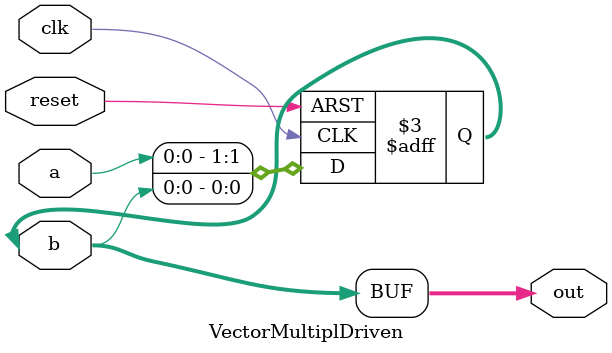
<source format=v>
module VectorMultiplDriven(input wire a,input wire clk,input wire reset, input wire [1:0]b, output reg [1:0] out);
  always @(posedge clk or posedge reset)begin
    if(reset) begin
      out <= 'b0;
    end
    else begin
      out[1] <= a;
    end
  end
  always @(b[1] or b[0])begin
    out = b;
  end
endmodule
</source>
